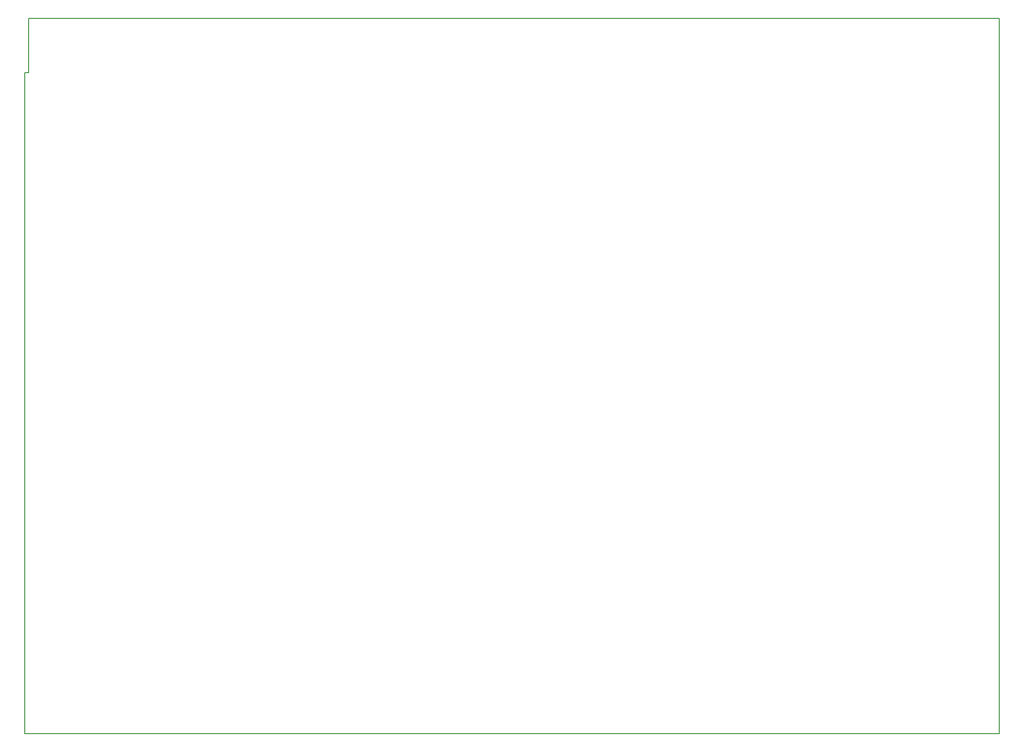
<source format=gbr>
G04 #@! TF.FileFunction,Profile,NP*
%FSLAX46Y46*%
G04 Gerber Fmt 4.6, Leading zero omitted, Abs format (unit mm)*
G04 Created by KiCad (PCBNEW 4.0.7) date Mon Feb  5 18:43:38 2018*
%MOMM*%
%LPD*%
G01*
G04 APERTURE LIST*
%ADD10C,0.100000*%
%ADD11C,0.150000*%
G04 APERTURE END LIST*
D10*
D11*
X59690000Y-48895000D02*
X59055000Y-48895000D01*
X59690000Y-39370000D02*
X59690000Y-48895000D01*
X229235000Y-39370000D02*
X59690000Y-39370000D01*
X229235000Y-164465000D02*
X229235000Y-39370000D01*
X59055000Y-164465000D02*
X229235000Y-164465000D01*
X59055000Y-48895000D02*
X59055000Y-164465000D01*
M02*

</source>
